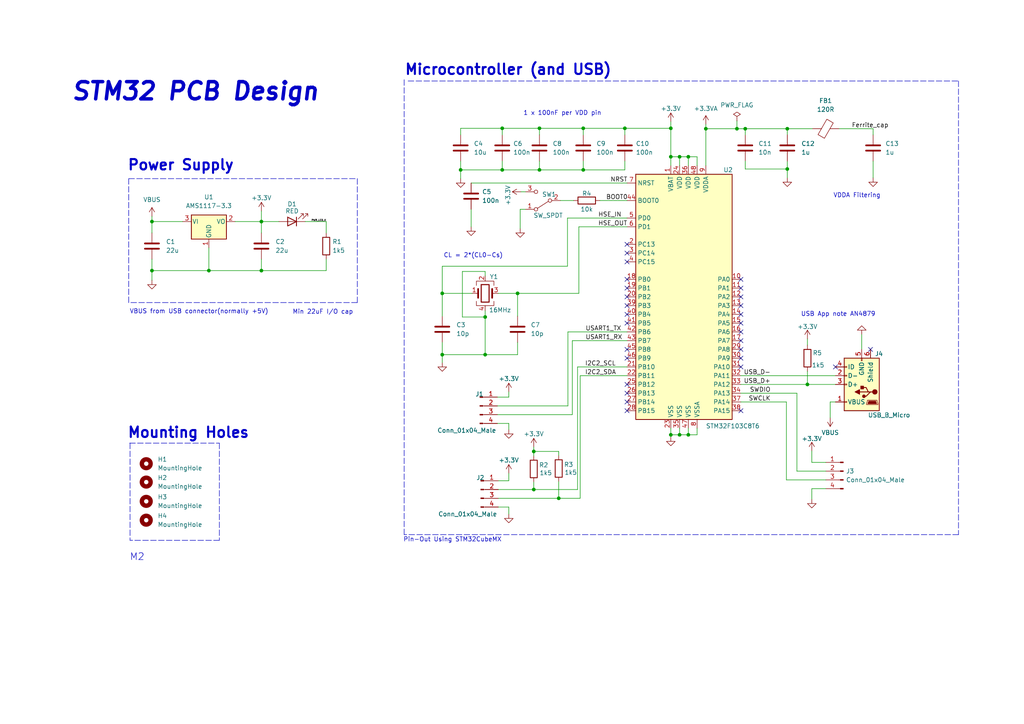
<source format=kicad_sch>
(kicad_sch (version 20211123) (generator eeschema)
  (paper "A4")
  (title_block (title "STM32 first circuit") (date "2023-04-28") (rev "0"))
  (lib_symbols
    (symbol "Connector:Conn_01x04_Male" (pin_names (offset 1.016) hide)
      (property "Reference" "J" (at 0 5.08 0))
      (property "Value" "Conn_01x04_Male" (at 0 -7.62 0))
      (symbol "Conn_01x04_Male_1_1"
        (polyline (pts (xy 1.27 -5.08) (xy 0.8636 -5.08)) (stroke (width 0.1524)))
        (polyline (pts (xy 1.27 -2.54) (xy 0.8636 -2.54)) (stroke (width 0.1524)))
        (polyline (pts (xy 1.27 0) (xy 0.8636 0)) (stroke (width 0.1524)))
        (polyline (pts (xy 1.27 2.54) (xy 0.8636 2.54)) (stroke (width 0.1524)))
        (rectangle (start 0.8636 -4.953) (end 0 -5.207) (stroke (width 0.1524)) (fill (type outline)))
        (rectangle (start 0.8636 -2.413) (end 0 -2.667) (stroke (width 0.1524)) (fill (type outline)))
        (rectangle (start 0.8636 0.127) (end 0 -0.127) (stroke (width 0.1524)) (fill (type outline)))
        (rectangle (start 0.8636 2.667) (end 0 2.413) (stroke (width 0.1524)) (fill (type outline)))
        (pin passive line (at 5.08 2.54 180) (length 3.81) (name "Pin_1") (number "1"))
        (pin passive line (at 5.08 0 180) (length 3.81) (name "Pin_2") (number "2"))
        (pin passive line (at 5.08 -2.54 180) (length 3.81) (name "Pin_3") (number "3"))
        (pin passive line (at 5.08 -5.08 180) (length 3.81) (name "Pin_4") (number "4"))
      )
    )
    (symbol "Connector:USB_B_Micro" (pin_names (offset 1.016))
      (property "Reference" "J" (at -5.08 11.43 0))
      (property "Value" "USB_B_Micro" (at -5.08 8.89 0))
      (symbol "USB_B_Micro_0_1"
        (rectangle (start -5.08 -7.62) (end 5.08 7.62) (stroke (width 0.254)) (fill (type background)))
        (circle (center -3.81 2.159) (radius 0.635) (stroke (width 0.254)) (fill (type outline)))
        (circle (center -0.635 3.429) (radius 0.381) (stroke (width 0.254)) (fill (type outline)))
        (rectangle (start -0.127 -7.62) (end 0.127 -6.858))
        (polyline (pts (xy -1.905 2.159) (xy 0.635 2.159)) (stroke (width 0.254)))
        (polyline (pts (xy -3.175 2.159) (xy -2.54 2.159) (xy -1.27 3.429) (xy -0.635 3.429)) (stroke (width 0.254)))
        (polyline (pts (xy -2.54 2.159) (xy -1.905 2.159) (xy -1.27 0.889) (xy 0 0.889)) (stroke (width 0.254)))
        (polyline (pts (xy 0.635 2.794) (xy 0.635 1.524) (xy 1.905 2.159) (xy 0.635 2.794)) (stroke (width 0.254)) (fill (type outline)))
        (polyline (pts (xy -4.318 5.588) (xy -1.778 5.588) (xy -2.032 4.826) (xy -4.064 4.826) (xy -4.318 5.588)) (fill (type outline)))
        (polyline (pts (xy -4.699 5.842) (xy -4.699 5.588) (xy -4.445 4.826) (xy -4.445 4.572) (xy -1.651 4.572) (xy -1.651 4.826) (xy -1.397 5.588) (xy -1.397 5.842) (xy -4.699 5.842)))
        (rectangle (start 0.254 1.27) (end -0.508 0.508) (stroke (width 0.254)) (fill (type outline)))
        (rectangle (start 5.08 -5.207) (end 4.318 -4.953))
        (rectangle (start 5.08 -2.667) (end 4.318 -2.413))
        (rectangle (start 5.08 -0.127) (end 4.318 0.127))
        (rectangle (start 5.08 4.953) (end 4.318 5.207))
      )
      (symbol "USB_B_Micro_1_1"
        (pin power_out line (at 7.62 5.08 180) (length 2.54) (name "VBUS") (number "1"))
        (pin bidirectional line (at 7.62 -2.54 180) (length 2.54) (name "D-") (number "2"))
        (pin bidirectional line (at 7.62 0 180) (length 2.54) (name "D+") (number "3"))
        (pin passive line (at 7.62 -5.08 180) (length 2.54) (name "ID") (number "4"))
        (pin power_out line (at 0 -10.16 90) (length 2.54) (name "GND") (number "5"))
        (pin passive line (at -2.54 -10.16 90) (length 2.54) (name "Shield") (number "6"))
      )
    )
    (symbol "Device:C" (pin_numbers hide) (pin_names (offset 0.254))
      (property "Reference" "C" (at 0.635 2.54 0))
      (property "Value" "C" (at 0.635 -2.54 0))
      (symbol "C_0_1"
        (polyline (pts (xy -2.032 -0.762) (xy 2.032 -0.762)) (stroke (width 0.508)))
        (polyline (pts (xy -2.032 0.762) (xy 2.032 0.762)) (stroke (width 0.508)))
      )
      (symbol "C_1_1"
        (pin passive line (at 0 3.81 270) (length 2.794) (name "~") (number "1"))
        (pin passive line (at 0 -3.81 90) (length 2.794) (name "~") (number "2"))
      )
    )
    (symbol "Device:Crystal_GND24" (pin_names (offset 1.016) hide)
      (property "Reference" "Y" (at 3.175 5.08 0))
      (property "Value" "Crystal_GND24" (at 3.175 3.175 0))
      (symbol "Crystal_GND24_0_1"
        (rectangle (start -1.143 2.54) (end 1.143 -2.54) (stroke (width 0.3048)))
        (polyline (pts (xy -2.54 0) (xy -2.032 0)))
        (polyline (pts (xy -2.032 -1.27) (xy -2.032 1.27)) (stroke (width 0.508)))
        (polyline (pts (xy 0 -3.81) (xy 0 -3.556)))
        (polyline (pts (xy 0 3.556) (xy 0 3.81)))
        (polyline (pts (xy 2.032 -1.27) (xy 2.032 1.27)) (stroke (width 0.508)))
        (polyline (pts (xy 2.032 0) (xy 2.54 0)))
        (polyline (pts (xy -2.54 -2.286) (xy -2.54 -3.556) (xy 2.54 -3.556) (xy 2.54 -2.286)))
        (polyline (pts (xy -2.54 2.286) (xy -2.54 3.556) (xy 2.54 3.556) (xy 2.54 2.286)))
      )
      (symbol "Crystal_GND24_1_1"
        (pin passive line (at -3.81 0 0) (length 1.27) (name "1") (number "1"))
        (pin passive line (at 0 5.08 270) (length 1.27) (name "2") (number "2"))
        (pin passive line (at 3.81 0 180) (length 1.27) (name "3") (number "3"))
        (pin passive line (at 0 -5.08 90) (length 1.27) (name "4") (number "4"))
      )
    )
    (symbol "Device:FerriteBead" (pin_numbers hide) (pin_names (offset 0))
      (property "Reference" "FB" (at -3.81 0.635 90))
      (property "Value" "FerriteBead" (at 3.81 0 90))
      (symbol "FerriteBead_0_1"
        (polyline (pts (xy 0 -1.27) (xy 0 -1.2192)))
        (polyline (pts (xy 0 1.27) (xy 0 1.2954)))
        (polyline (pts (xy -2.7686 0.4064) (xy -1.7018 2.2606) (xy 2.7686 -0.3048) (xy 1.6764 -2.159) (xy -2.7686 0.4064)))
      )
      (symbol "FerriteBead_1_1"
        (pin passive line (at 0 3.81 270) (length 2.54) (name "~") (number "1"))
        (pin passive line (at 0 -3.81 90) (length 2.54) (name "~") (number "2"))
      )
    )
    (symbol "Device:LED" (pin_numbers hide) (pin_names (offset 1.016) hide)
      (property "Reference" "D" (at 0 2.54 0))
      (property "Value" "LED" (at 0 -2.54 0))
      (symbol "LED_0_1"
        (polyline (pts (xy -1.27 -1.27) (xy -1.27 1.27)) (stroke (width 0.254)))
        (polyline (pts (xy -1.27 0) (xy 1.27 0)))
        (polyline (pts (xy 1.27 -1.27) (xy 1.27 1.27) (xy -1.27 0) (xy 1.27 -1.27)) (stroke (width 0.254)))
        (polyline (pts (xy -3.048 -0.762) (xy -4.572 -2.286) (xy -3.81 -2.286) (xy -4.572 -2.286) (xy -4.572 -1.524)))
        (polyline (pts (xy -1.778 -0.762) (xy -3.302 -2.286) (xy -2.54 -2.286) (xy -3.302 -2.286) (xy -3.302 -1.524)))
      )
      (symbol "LED_1_1"
        (pin passive line (at -3.81 0 0) (length 2.54) (name "K") (number "1"))
        (pin passive line (at 3.81 0 180) (length 2.54) (name "A") (number "2"))
      )
    )
    (symbol "Device:R" (pin_numbers hide) (pin_names (offset 0))
      (property "Reference" "R" (at 2.032 0 90))
      (property "Value" "R" (at 0 0 90))
      (symbol "R_0_1"
        (rectangle (start -1.016 -2.54) (end 1.016 2.54) (stroke (width 0.254)))
      )
      (symbol "R_1_1"
        (pin passive line (at 0 3.81 270) (length 1.27) (name "~") (number "1"))
        (pin passive line (at 0 -3.81 90) (length 1.27) (name "~") (number "2"))
      )
    )
    (symbol "MCU_ST_STM32F1:STM32F103C8Tx"
      (property "Reference" "U" (at -15.24 36.83 0))
      (property "Value" "STM32F103C8Tx" (at 7.62 36.83 0))
      (symbol "STM32F103C8Tx_0_1"
        (rectangle (start -15.24 -35.56) (end 12.7 35.56) (stroke (width 0.254)) (fill (type background)))
      )
      (symbol "STM32F103C8Tx_1_1"
        (pin power_in line (at -5.08 38.1 270) (length 2.54) (name "VBAT") (number "1"))
        (pin bidirectional line (at 15.24 5.08 180) (length 2.54) (name "PA0") (number "10"))
        (pin bidirectional line (at 15.24 2.54 180) (length 2.54) (name "PA1") (number "11"))
        (pin bidirectional line (at 15.24 0 180) (length 2.54) (name "PA2") (number "12"))
        (pin bidirectional line (at 15.24 -2.54 180) (length 2.54) (name "PA3") (number "13"))
        (pin bidirectional line (at 15.24 -5.08 180) (length 2.54) (name "PA4") (number "14"))
        (pin bidirectional line (at 15.24 -7.62 180) (length 2.54) (name "PA5") (number "15"))
        (pin bidirectional line (at 15.24 -10.16 180) (length 2.54) (name "PA6") (number "16"))
        (pin bidirectional line (at 15.24 -12.7 180) (length 2.54) (name "PA7") (number "17"))
        (pin bidirectional line (at -17.78 5.08 0) (length 2.54) (name "PB0") (number "18"))
        (pin bidirectional line (at -17.78 2.54 0) (length 2.54) (name "PB1") (number "19"))
        (pin bidirectional line (at -17.78 15.24 0) (length 2.54) (name "PC13") (number "2"))
        (pin bidirectional line (at -17.78 0 0) (length 2.54) (name "PB2") (number "20"))
        (pin bidirectional line (at -17.78 -20.32 0) (length 2.54) (name "PB10") (number "21"))
        (pin bidirectional line (at -17.78 -22.86 0) (length 2.54) (name "PB11") (number "22"))
        (pin power_in line (at -5.08 -38.1 90) (length 2.54) (name "VSS") (number "23"))
        (pin power_in line (at -2.54 38.1 270) (length 2.54) (name "VDD") (number "24"))
        (pin bidirectional line (at -17.78 -25.4 0) (length 2.54) (name "PB12") (number "25"))
        (pin bidirectional line (at -17.78 -27.94 0) (length 2.54) (name "PB13") (number "26"))
        (pin bidirectional line (at -17.78 -30.48 0) (length 2.54) (name "PB14") (number "27"))
        (pin bidirectional line (at -17.78 -33.02 0) (length 2.54) (name "PB15") (number "28"))
        (pin bidirectional line (at 15.24 -15.24 180) (length 2.54) (name "PA8") (number "29"))
        (pin bidirectional line (at -17.78 12.7 0) (length 2.54) (name "PC14") (number "3"))
        (pin bidirectional line (at 15.24 -17.78 180) (length 2.54) (name "PA9") (number "30"))
        (pin bidirectional line (at 15.24 -20.32 180) (length 2.54) (name "PA10") (number "31"))
        (pin bidirectional line (at 15.24 -22.86 180) (length 2.54) (name "PA11") (number "32"))
        (pin bidirectional line (at 15.24 -25.4 180) (length 2.54) (name "PA12") (number "33"))
        (pin bidirectional line (at 15.24 -27.94 180) (length 2.54) (name "PA13") (number "34"))
        (pin power_in line (at -2.54 -38.1 90) (length 2.54) (name "VSS") (number "35"))
        (pin power_in line (at 0 38.1 270) (length 2.54) (name "VDD") (number "36"))
        (pin bidirectional line (at 15.24 -30.48 180) (length 2.54) (name "PA14") (number "37"))
        (pin bidirectional line (at 15.24 -33.02 180) (length 2.54) (name "PA15") (number "38"))
        (pin bidirectional line (at -17.78 -2.54 0) (length 2.54) (name "PB3") (number "39"))
        (pin bidirectional line (at -17.78 10.16 0) (length 2.54) (name "PC15") (number "4"))
        (pin bidirectional line (at -17.78 -5.08 0) (length 2.54) (name "PB4") (number "40"))
        (pin bidirectional line (at -17.78 -7.62 0) (length 2.54) (name "PB5") (number "41"))
        (pin bidirectional line (at -17.78 -10.16 0) (length 2.54) (name "PB6") (number "42"))
        (pin bidirectional line (at -17.78 -12.7 0) (length 2.54) (name "PB7") (number "43"))
        (pin input line (at -17.78 27.94 0) (length 2.54) (name "BOOT0") (number "44"))
        (pin bidirectional line (at -17.78 -15.24 0) (length 2.54) (name "PB8") (number "45"))
        (pin bidirectional line (at -17.78 -17.78 0) (length 2.54) (name "PB9") (number "46"))
        (pin power_in line (at 0 -38.1 90) (length 2.54) (name "VSS") (number "47"))
        (pin power_in line (at 2.54 38.1 270) (length 2.54) (name "VDD") (number "48"))
        (pin input line (at -17.78 22.86 0) (length 2.54) (name "PD0") (number "5"))
        (pin input line (at -17.78 20.32 0) (length 2.54) (name "PD1") (number "6"))
        (pin input line (at -17.78 33.02 0) (length 2.54) (name "NRST") (number "7"))
        (pin power_in line (at 2.54 -38.1 90) (length 2.54) (name "VSSA") (number "8"))
        (pin power_in line (at 5.08 38.1 270) (length 2.54) (name "VDDA") (number "9"))
      )
    )
    (symbol "Mechanical:MountingHole" (pin_names (offset 1.016))
      (property "Reference" "H" (at 0 5.08 0))
      (property "Value" "MountingHole" (at 0 3.175 0))
      (symbol "MountingHole_0_1"
        (circle (center 0 0) (radius 1.27) (stroke (width 1.27)))
      )
    )
    (symbol "Regulator_Linear:AMS1117-3.3" (pin_names (offset 0.254))
      (property "Reference" "U" (at -3.81 3.175 0))
      (property "Value" "AMS1117-3.3" (at 0 3.175 0))
      (symbol "AMS1117-3.3_0_1"
        (rectangle (start -5.08 -5.08) (end 5.08 1.905) (stroke (width 0.254)) (fill (type background)))
      )
      (symbol "AMS1117-3.3_1_1"
        (pin power_in line (at 0 -7.62 90) (length 2.54) (name "GND") (number "1"))
        (pin power_out line (at 7.62 0 180) (length 2.54) (name "VO") (number "2"))
        (pin power_in line (at -7.62 0 0) (length 2.54) (name "VI") (number "3"))
      )
    )
    (symbol "Switch:SW_SPDT" (pin_names (offset 0) hide)
      (property "Reference" "SW" (at 0 4.318 0))
      (property "Value" "SW_SPDT" (at 0 -5.08 0))
      (symbol "SW_SPDT_0_0"
        (circle (center -2.032 0) (radius 0.508))
        (circle (center 2.032 -2.54) (radius 0.508))
      )
      (symbol "SW_SPDT_0_1"
        (polyline (pts (xy -1.524 0.254) (xy 1.651 2.286)))
        (circle (center 2.032 2.54) (radius 0.508))
      )
      (symbol "SW_SPDT_1_1"
        (pin passive line (at 5.08 2.54 180) (length 2.54) (name "A") (number "1"))
        (pin passive line (at -5.08 0 0) (length 2.54) (name "B") (number "2"))
        (pin passive line (at 5.08 -2.54 180) (length 2.54) (name "C") (number "3"))
      )
    )
    (symbol "power:+3.3V" (power) (pin_names (offset 0))
      (property "Value" "+3.3V" (at 0 3.556 0))
      (symbol "+3.3V_0_1"
        (polyline (pts (xy -0.762 1.27) (xy 0 2.54)))
        (polyline (pts (xy 0 0) (xy 0 2.54)))
        (polyline (pts (xy 0 2.54) (xy 0.762 1.27)))
      )
      (symbol "+3.3V_1_1"
        (pin power_in line (at 0 0 90) (length 0) hide (name "+3.3V") (number "1"))
      )
    )
    (symbol "power:+3.3VA" (power) (pin_names (offset 0))
      (property "Value" "+3.3VA" (at 0 3.556 0))
      (symbol "+3.3VA_0_1"
        (polyline (pts (xy -0.762 1.27) (xy 0 2.54)))
        (polyline (pts (xy 0 0) (xy 0 2.54)))
        (polyline (pts (xy 0 2.54) (xy 0.762 1.27)))
      )
      (symbol "+3.3VA_1_1"
        (pin power_in line (at 0 0 90) (length 0) hide (name "+3.3VA") (number "1"))
      )
    )
    (symbol "power:GND" (power) (pin_names (offset 0))
      (property "Value" "GND" (at 0 -3.81 0))
      (symbol "GND_0_1"
        (polyline (pts (xy 0 0) (xy 0 -1.27) (xy 1.27 -1.27) (xy 0 -2.54) (xy -1.27 -1.27) (xy 0 -1.27)))
      )
      (symbol "GND_1_1"
        (pin power_in line (at 0 0 270) (length 0) hide (name "GND") (number "1"))
      )
    )
    (symbol "power:PWR_FLAG" (power) (pin_numbers hide) (pin_names (offset 0) hide)
      (property "Value" "PWR_FLAG" (at 0 3.81 0))
      (symbol "PWR_FLAG_0_0"
        (pin power_out line (at 0 0 90) (length 0) (name "pwr") (number "1"))
      )
      (symbol "PWR_FLAG_0_1"
        (polyline (pts (xy 0 0) (xy 0 1.27) (xy -1.016 1.905) (xy 0 2.54) (xy 1.016 1.905) (xy 0 1.27)))
      )
    )
    (symbol "power:VBUS" (power) (pin_names (offset 0))
      (property "Value" "VBUS" (at 0 3.81 0))
      (symbol "VBUS_0_1"
        (polyline (pts (xy -0.762 1.27) (xy 0 2.54)))
        (polyline (pts (xy 0 0) (xy 0 2.54)))
        (polyline (pts (xy 0 2.54) (xy 0.762 1.27)))
      )
      (symbol "VBUS_1_1"
        (pin power_in line (at 0 0 90) (length 0) hide (name "VBUS") (number "1"))
      )
    )
  )
  (junction (at 228.346 37.338))
  (junction (at 154.813 130.937))
  (junction (at 197.104 45.466))
  (junction (at 75.819 78.486))
  (junction (at 150.114 85.09))
  (junction (at 194.564 45.466))
  (junction (at 156.464 37.211))
  (junction (at 199.644 126.111))
  (junction (at 169.164 37.211))
  (junction (at 133.604 49.276))
  (junction (at 140.716 102.87))
  (junction (at 145.669 37.211))
  (junction (at 169.164 49.276))
  (junction (at 228.346 49.022))
  (junction (at 199.644 45.466))
  (junction (at 128.27 102.87))
  (junction (at 156.464 49.276))
  (junction (at 194.564 126.111))
  (junction (at 204.724 37.338))
  (junction (at 154.813 141.986))
  (junction (at 44.069 64.262))
  (junction (at 213.741 37.338))
  (junction (at 140.716 91.948))
  (junction (at 75.819 64.262))
  (junction (at 194.564 37.211))
  (junction (at 162.052 144.526))
  (junction (at 234.188 111.506))
  (junction (at 216.154 37.338))
  (junction (at 44.069 78.486))
  (junction (at 128.27 85.09))
  (junction (at 145.669 49.276))
  (junction (at 197.104 126.111))
  (junction (at 181.229 37.211))
  (junction (at 60.579 78.486))
  (no_connect (at 214.884 91.186))
  (no_connect (at 181.864 91.186))
  (no_connect (at 181.864 75.946))
  (no_connect (at 252.476 101.346))
  (no_connect (at 214.884 88.646))
  (no_connect (at 181.864 111.506))
  (no_connect (at 181.864 73.406))
  (no_connect (at 181.864 119.126))
  (no_connect (at 214.884 81.026))
  (no_connect (at 214.884 96.266))
  (no_connect (at 181.864 81.026))
  (no_connect (at 214.884 101.346))
  (no_connect (at 214.884 119.126))
  (no_connect (at 181.864 93.726))
  (no_connect (at 181.864 116.586))
  (no_connect (at 181.864 101.346))
  (no_connect (at 214.884 106.426))
  (no_connect (at 214.884 83.566))
  (no_connect (at 214.884 86.106))
  (no_connect (at 214.884 103.886))
  (no_connect (at 181.864 103.886))
  (no_connect (at 181.864 114.046))
  (no_connect (at 214.884 98.806))
  (no_connect (at 214.884 93.726))
  (no_connect (at 181.864 70.866))
  (no_connect (at 181.864 83.566))
  (no_connect (at 181.864 86.106))
  (no_connect (at 181.864 88.646))
  (no_connect (at 242.316 106.426))
  (wire (pts (xy 164.719 117.729) (xy 164.719 96.266)))
  (wire (pts (xy 228.092 139.192) (xy 228.092 116.586)))
  (wire (pts (xy 167.513 141.986) (xy 167.513 106.426)))
  (wire (pts (xy 240.792 116.586) (xy 242.316 116.586)))
  (wire (pts (xy 147.574 122.809) (xy 147.574 124.587)))
  (wire (pts (xy 156.464 37.211) (xy 169.164 37.211)))
  (wire (pts (xy 216.154 46.736) (xy 216.154 49.022)))
  (wire (pts (xy 156.464 46.736) (xy 156.464 49.276)))
  (wire (pts (xy 94.615 75.184) (xy 94.615 78.486)))
  (wire (pts (xy 144.272 120.269) (xy 165.989 120.269)))
  (wire (pts (xy 128.27 102.87) (xy 128.27 105.156)))
  (wire (pts (xy 234.188 98.298) (xy 234.188 100.076)))
  (wire (pts (xy 152.4 60.706) (xy 150.876 60.706)))
  (wire (pts (xy 154.813 141.986) (xy 167.513 141.986)))
  (wire (pts (xy 231.14 136.652) (xy 231.14 114.046)))
  (wire (pts (xy 197.104 45.466) (xy 194.564 45.466)))
  (wire (pts (xy 162.052 132.08) (xy 162.052 130.937)))
  (wire (pts (xy 197.104 126.111) (xy 194.564 126.111)))
  (wire (pts (xy 140.716 90.17) (xy 140.716 91.948)))
  (wire (pts (xy 239.522 136.652) (xy 231.14 136.652)))
  (wire (pts (xy 194.564 126.111) (xy 194.564 126.746)))
  (wire (pts (xy 169.164 46.736) (xy 169.164 49.276)))
  (wire (pts (xy 216.154 37.338) (xy 216.154 39.116)))
  (wire (pts (xy 44.069 64.262) (xy 52.959 64.262)))
  (wire (pts (xy 199.644 45.466) (xy 197.104 45.466)))
  (wire (pts (xy 140.716 102.87) (xy 150.114 102.87)))
  (wire (pts (xy 94.615 64.262) (xy 94.615 67.564)))
  (wire (pts (xy 202.184 126.111) (xy 199.644 126.111)))
  (polyline (pts (xy 278.003 23.495) (xy 278.003 155.067)))
  (wire (pts (xy 154.813 130.937) (xy 154.813 132.207)))
  (wire (pts (xy 213.741 35.052) (xy 213.741 37.338)))
  (wire (pts (xy 60.579 71.882) (xy 60.579 78.486)))
  (polyline (pts (xy 63.627 128.524) (xy 63.627 156.718)))
  (wire (pts (xy 168.275 144.526) (xy 168.275 108.966)))
  (wire (pts (xy 134.112 91.948) (xy 140.716 91.948)))
  (polyline (pts (xy 37.719 128.524) (xy 37.719 156.718)))
  (wire (pts (xy 202.184 45.466) (xy 202.184 48.006)))
  (wire (pts (xy 204.724 37.338) (xy 213.741 37.338)))
  (wire (pts (xy 147.574 139.446) (xy 147.574 137.287)))
  (wire (pts (xy 173.99 58.166) (xy 181.864 58.166)))
  (wire (pts (xy 167.894 85.09) (xy 167.894 65.786)))
  (wire (pts (xy 162.052 130.937) (xy 154.813 130.937)))
  (polyline (pts (xy 278.003 155.067) (xy 117.221 155.067)))
  (wire (pts (xy 150.114 85.09) (xy 167.894 85.09)))
  (wire (pts (xy 144.272 117.729) (xy 164.719 117.729)))
  (wire (pts (xy 136.906 85.09) (xy 128.27 85.09)))
  (polyline (pts (xy 37.592 128.524) (xy 63.627 128.524)))
  (wire (pts (xy 202.184 45.466) (xy 199.644 45.466)))
  (wire (pts (xy 144.526 139.446) (xy 147.574 139.446)))
  (wire (pts (xy 162.56 58.166) (xy 166.37 58.166)))
  (wire (pts (xy 150.114 99.314) (xy 150.114 102.87)))
  (wire (pts (xy 128.27 85.09) (xy 128.27 91.694)))
  (wire (pts (xy 214.884 114.046) (xy 231.14 114.046)))
  (wire (pts (xy 169.164 49.276) (xy 181.229 49.276)))
  (wire (pts (xy 228.346 49.022) (xy 228.346 51.562)))
  (wire (pts (xy 194.564 37.211) (xy 194.564 45.466)))
  (wire (pts (xy 235.458 141.732) (xy 239.522 141.732)))
  (wire (pts (xy 228.346 46.736) (xy 228.346 49.022)))
  (polyline (pts (xy 103.632 87.757) (xy 37.338 87.757)))
  (wire (pts (xy 202.184 124.206) (xy 202.184 126.111)))
  (wire (pts (xy 167.513 106.426) (xy 181.864 106.426)))
  (wire (pts (xy 136.652 53.086) (xy 181.864 53.086)))
  (wire (pts (xy 154.813 139.827) (xy 154.813 141.986)))
  (wire (pts (xy 235.458 134.112) (xy 239.522 134.112)))
  (wire (pts (xy 204.724 36.068) (xy 204.724 37.338)))
  (wire (pts (xy 136.652 60.706) (xy 136.652 65.786)))
  (polyline (pts (xy 37.338 51.816) (xy 103.632 51.816)))
  (wire (pts (xy 199.644 45.466) (xy 199.644 48.006)))
  (wire (pts (xy 216.154 49.022) (xy 228.346 49.022)))
  (wire (pts (xy 156.464 49.276) (xy 145.669 49.276)))
  (wire (pts (xy 228.346 37.338) (xy 228.346 39.116)))
  (polyline (pts (xy 37.338 87.757) (xy 37.338 51.816)))
  (wire (pts (xy 44.069 75.184) (xy 44.069 78.486)))
  (wire (pts (xy 133.604 49.276) (xy 133.604 51.816)))
  (wire (pts (xy 140.716 78.74) (xy 134.112 78.74)))
  (wire (pts (xy 194.564 35.306) (xy 194.564 37.211)))
  (wire (pts (xy 204.724 37.338) (xy 204.724 48.006)))
  (polyline (pts (xy 117.221 23.114) (xy 117.221 155.067)))
  (wire (pts (xy 194.564 124.206) (xy 194.564 126.111)))
  (wire (pts (xy 75.819 78.486) (xy 60.579 78.486)))
  (wire (pts (xy 164.592 63.246) (xy 181.864 63.246)))
  (wire (pts (xy 165.989 120.269) (xy 165.989 98.806)))
  (wire (pts (xy 145.669 46.736) (xy 145.669 49.276)))
  (wire (pts (xy 214.884 108.966) (xy 242.316 108.966)))
  (wire (pts (xy 44.069 62.738) (xy 44.069 64.262)))
  (wire (pts (xy 128.27 77.216) (xy 164.592 77.216)))
  (wire (pts (xy 128.27 85.09) (xy 128.27 77.216)))
  (wire (pts (xy 147.574 147.066) (xy 147.574 149.098)))
  (wire (pts (xy 156.464 37.211) (xy 156.464 39.116)))
  (polyline (pts (xy 63.627 156.718) (xy 37.719 156.718)))
  (wire (pts (xy 169.164 37.211) (xy 169.164 39.116)))
  (wire (pts (xy 168.275 108.966) (xy 181.864 108.966)))
  (wire (pts (xy 150.114 85.09) (xy 150.114 91.694)))
  (wire (pts (xy 181.229 39.116) (xy 181.229 37.211)))
  (wire (pts (xy 88.519 64.262) (xy 94.615 64.262)))
  (wire (pts (xy 214.884 116.586) (xy 228.092 116.586)))
  (wire (pts (xy 197.104 124.206) (xy 197.104 126.111)))
  (wire (pts (xy 228.346 37.338) (xy 235.712 37.338)))
  (wire (pts (xy 164.592 77.216) (xy 164.592 63.246)))
  (wire (pts (xy 144.272 122.809) (xy 147.574 122.809)))
  (wire (pts (xy 162.052 144.526) (xy 168.275 144.526)))
  (wire (pts (xy 134.112 78.74) (xy 134.112 91.948)))
  (wire (pts (xy 144.526 144.526) (xy 162.052 144.526)))
  (wire (pts (xy 145.669 37.211) (xy 156.464 37.211)))
  (wire (pts (xy 199.644 126.111) (xy 197.104 126.111)))
  (wire (pts (xy 144.526 147.066) (xy 147.574 147.066)))
  (wire (pts (xy 253.238 37.338) (xy 243.332 37.338)))
  (wire (pts (xy 75.819 64.262) (xy 75.819 67.564)))
  (wire (pts (xy 94.615 78.486) (xy 75.819 78.486)))
  (wire (pts (xy 128.27 102.87) (xy 140.716 102.87)))
  (polyline (pts (xy 103.632 51.816) (xy 103.632 87.757)))
  (wire (pts (xy 181.229 37.211) (xy 194.564 37.211)))
  (wire (pts (xy 133.604 39.116) (xy 133.604 37.211)))
  (wire (pts (xy 156.464 49.276) (xy 169.164 49.276)))
  (wire (pts (xy 169.164 37.211) (xy 181.229 37.211)))
  (wire (pts (xy 162.052 139.7) (xy 162.052 144.526)))
  (wire (pts (xy 60.579 78.486) (xy 44.069 78.486)))
  (wire (pts (xy 147.574 115.189) (xy 147.574 113.665)))
  (wire (pts (xy 216.154 37.338) (xy 228.346 37.338)))
  (wire (pts (xy 128.27 99.314) (xy 128.27 102.87)))
  (wire (pts (xy 44.069 64.262) (xy 44.069 67.564)))
  (wire (pts (xy 44.069 78.486) (xy 44.069 81.28)))
  (wire (pts (xy 253.238 46.736) (xy 253.238 51.562)))
  (wire (pts (xy 75.819 64.262) (xy 80.899 64.262)))
  (wire (pts (xy 133.604 37.211) (xy 145.669 37.211)))
  (wire (pts (xy 164.719 96.266) (xy 181.864 96.266)))
  (wire (pts (xy 199.644 124.206) (xy 199.644 126.111)))
  (wire (pts (xy 140.716 80.01) (xy 140.716 78.74)))
  (wire (pts (xy 144.272 115.189) (xy 147.574 115.189)))
  (wire (pts (xy 68.199 64.262) (xy 75.819 64.262)))
  (wire (pts (xy 240.792 121.158) (xy 240.792 116.586)))
  (wire (pts (xy 194.564 45.466) (xy 194.564 48.006)))
  (wire (pts (xy 145.669 37.211) (xy 145.669 39.116)))
  (wire (pts (xy 154.813 129.667) (xy 154.813 130.937)))
  (wire (pts (xy 239.522 139.192) (xy 228.092 139.192)))
  (wire (pts (xy 145.669 49.276) (xy 133.604 49.276)))
  (wire (pts (xy 144.526 85.09) (xy 150.114 85.09)))
  (wire (pts (xy 235.458 130.81) (xy 235.458 134.112)))
  (wire (pts (xy 253.238 39.116) (xy 253.238 37.338)))
  (wire (pts (xy 150.876 60.706) (xy 150.876 66.294)))
  (wire (pts (xy 75.819 75.184) (xy 75.819 78.486)))
  (wire (pts (xy 167.894 65.786) (xy 181.864 65.786)))
  (wire (pts (xy 75.819 61.214) (xy 75.819 64.262)))
  (wire (pts (xy 165.989 98.806) (xy 181.864 98.806)))
  (wire (pts (xy 213.741 37.338) (xy 216.154 37.338)))
  (wire (pts (xy 197.104 45.466) (xy 197.104 48.006)))
  (wire (pts (xy 234.188 111.506) (xy 242.316 111.506)))
  (wire (pts (xy 140.716 91.948) (xy 140.716 102.87)))
  (wire (pts (xy 151.13 55.626) (xy 152.4 55.626)))
  (wire (pts (xy 249.936 97.028) (xy 249.936 101.346)))
  (wire (pts (xy 234.188 107.696) (xy 234.188 111.506)))
  (wire (pts (xy 181.229 46.736) (xy 181.229 49.276)))
  (wire (pts (xy 133.604 46.736) (xy 133.604 49.276)))
  (polyline (pts (xy 118.364 23.495) (xy 278.003 23.495)))
  (wire (pts (xy 144.526 141.986) (xy 154.813 141.986)))
  (wire (pts (xy 235.458 144.78) (xy 235.458 141.732)))
  (wire (pts (xy 214.884 111.506) (xy 234.188 111.506)))
  (text "M2" (at 37.592 162.814 0) (effects (font (size 2 2)) (justify left bottom)))
  (text "STM32 PCB Design" (at 20.447 29.591 0) (effects (font (size 5 5) bold italic) (justify left bottom)))
  (text "Mounting Holes" (at 36.83 127.381 0) (effects (font (size 3 3) (thickness 0.6) bold) (justify left bottom)))
  (text "VBUS from USB connector(normally +5V)\n" (at 37.592 91.186 0) (effects (font (size 1.27 1.27)) (justify left bottom)))
  (text "1 x 100nF per VDD pin\n" (at 151.765 33.655 0) (effects (font (size 1.27 1.27)) (justify left bottom)))
  (text "Pin-Out Using STM32CubeMX\n\n" (at 116.967 159.385 0) (effects (font (size 1.27 1.27)) (justify left bottom)))
  (text "Power Supply" (at 36.83 49.784 0) (effects (font (size 3 3) (thickness 0.6) bold) (justify left bottom)))
  (text "USB App note AN4879\n" (at 232.283 91.948 0) (effects (font (size 1.27 1.27)) (justify left bottom)))
  (text "VDDA Filtering" (at 241.681 57.531 0) (effects (font (size 1.27 1.27)) (justify left bottom)))
  (text "Microcontroller (and USB)\n" (at 117.221 22.098 0) (effects (font (size 3 3) bold) (justify left bottom)))
  (text "Min 22uF I/O cap\n" (at 84.836 91.313 0) (effects (font (size 1.27 1.27)) (justify left bottom)))
  (text "CL = 2*(CL0-Cs)" (at 128.651 74.93 0) (effects (font (size 1.27 1.27)) (justify left bottom)))
  (label "Ferrite_cap" (at 247.015 37.338 0))
  (label "USART1_TX" (at 169.799 96.266 0))
  (label "SWDIO" (at 223.52 114.046 180))
  (label "HSE_OUT" (at 173.482 65.786 0))
  (label "USB_D+" (at 223.52 111.506 180))
  (label "I2C2_SDA" (at 169.672 108.966 0))
  (label "NRST" (at 177.038 53.086 0))
  (label "SWCLK" (at 223.52 116.586 180))
  (label "BOOT0" (at 175.768 58.166 0))
  (label "HSE_IN" (at 173.482 63.246 0))
  (label "PWR_LED_K" (at 90.297 64.262 0) (effects (font (size 0.5 0.5))))
  (label "USART1_RX" (at 169.799 98.806 0))
  (label "I2C2_SCL" (at 169.672 106.426 0))
  (label "USB_D-" (at 223.52 108.966 180))
  (symbol (lib_id "Connector:USB_B_Micro") (at 249.936 111.506 180) (unit 1)
    (property "Reference" "J4" (at 253.746 102.616 0) (effects (justify right)))
    (property "Value" "USB_B_Micro" (at 251.714 120.396 0) (effects (justify right)))
    (property "Footprint" "Connector_USB:USB_Micro-B_Wuerth_629105150521" (effects hide))
  )
  (symbol (lib_id "power:+3.3V") (at 234.188 98.298 0) (unit 1)
    (property "Reference" "#PWR018" (effects hide))
    (property "Value" "+3.3V" (at 234.188 94.742 0))
  )
  (symbol (lib_id "Device:R") (at 94.615 71.374 0) (unit 1)
    (property "Reference" "R1" (at 96.393 70.1039 0) (effects (justify left)))
    (property "Value" "1k5" (at 96.393 72.6439 0) (effects (justify left)))
    (property "Footprint" "Resistor_SMD:R_0402_1005Metric" (effects hide))
  )
  (symbol (lib_id "Device:R") (at 234.188 103.886 0) (unit 1)
    (property "Reference" "R5" (at 235.712 102.362 0) (effects (justify left)))
    (property "Value" "1k5" (at 235.458 105.918 0) (effects (justify left)))
    (property "Footprint" "Resistor_SMD:R_0402_1005Metric" (effects hide))
  )
  (symbol (lib_id "power:GND") (at 44.069 81.28 0) (unit 1)
    (property "Reference" "#PWR02" (effects hide))
    (property "Value" "GND" (effects hide))
  )
  (symbol (lib_id "Device:C") (at 150.114 95.504 0) (unit 1)
    (property "Reference" "C7" (at 153.924 94.2339 0) (effects (justify left)))
    (property "Value" "10p" (at 153.924 96.7739 0) (effects (justify left)))
    (property "Footprint" "Capacitor_SMD:C_0402_1005Metric" (effects hide))
  )
  (symbol (lib_id "Device:C") (at 145.669 42.926 0) (unit 1)
    (property "Reference" "C6" (at 148.844 41.6559 0) (effects (justify left)))
    (property "Value" "100n" (at 148.844 44.1959 0) (effects (justify left)))
    (property "Footprint" "Capacitor_SMD:C_0402_1005Metric" (effects hide))
  )
  (symbol (lib_id "Device:R") (at 170.18 58.166 90) (unit 1)
    (property "Reference" "R4" (at 170.18 56.134 90))
    (property "Value" "10k" (at 170.18 60.706 90))
    (property "Footprint" "Resistor_SMD:R_0402_1005Metric" (effects hide))
  )
  (symbol (lib_id "Mechanical:MountingHole") (at 42.418 134.493 0) (unit 1)
    (property "Reference" "H1" (at 45.72 133.2229 0) (effects (justify left)))
    (property "Value" "MountingHole" (at 45.72 135.7629 0) (effects (justify left)))
    (property "Footprint" "MountingHole:MountingHole_2.2mm_M2" (effects hide))
  )
  (symbol (lib_id "Device:C") (at 253.238 42.926 0) (unit 1)
    (property "Reference" "C13" (at 256.794 41.6559 0) (effects (justify left)))
    (property "Value" "1u" (at 256.794 44.1959 0) (effects (justify left)))
    (property "Footprint" "Capacitor_SMD:C_0402_1005Metric" (effects hide))
  )
  (symbol (lib_id "Device:C") (at 136.652 56.896 0) (unit 1)
    (property "Reference" "C5" (at 139.827 55.6259 0) (effects (justify left)))
    (property "Value" "100n" (at 139.827 58.1659 0) (effects (justify left)))
    (property "Footprint" "Capacitor_SMD:C_0402_1005Metric" (effects hide))
  )
  (symbol (lib_id "Device:LED") (at 84.709 64.262 180) (unit 1)
    (property "Reference" "D1" (at 84.709 59.182 0))
    (property "Value" "RED" (at 84.709 61.214 0))
    (property "Footprint" "LED_SMD:LED_0201_0603Metric" (effects hide))
  )
  (symbol (lib_id "Regulator_Linear:AMS1117-3.3") (at 60.579 64.262 0) (unit 1)
    (property "Reference" "U1" (at 60.579 57.15 0))
    (property "Value" "AMS1117-3.3" (at 60.579 59.69 0))
    (property "Footprint" "Package_TO_SOT_SMD:SOT-223-3_TabPin2" (effects hide))
    (property "Datasheet" "http://www.advanced-monolithic.com/pdf/ds1117.pdf" (effects hide))
  )
  (symbol (lib_id "power:GND") (at 150.876 66.294 0) (unit 1)
    (property "Reference" "#PWR011" (effects hide))
    (property "Value" "GND" (effects hide))
  )
  (symbol (lib_id "Device:C") (at 44.069 71.374 0) (unit 1)
    (property "Reference" "C1" (at 48.133 70.1039 0) (effects (justify left)))
    (property "Value" "22u" (at 48.133 72.6439 0) (effects (justify left)))
    (property "Footprint" "Capacitor_SMD:C_0805_2012Metric" (effects hide))
  )
  (symbol (lib_id "power:GND") (at 136.652 65.786 0) (unit 1)
    (property "Reference" "#PWR06" (effects hide))
    (property "Value" "GND" (effects hide))
  )
  (symbol (lib_id "power:GND") (at 235.458 144.78 0) (unit 1)
    (property "Reference" "#PWR020" (effects hide))
    (property "Value" "GND" (effects hide))
  )
  (symbol (lib_id "power:+3.3VA") (at 204.724 36.068 0) (unit 1)
    (property "Reference" "#PWR016" (effects hide))
    (property "Value" "+3.3VA" (at 204.724 31.496 0))
  )
  (symbol (lib_id "Device:C") (at 133.604 42.926 0) (unit 1)
    (property "Reference" "C4" (at 137.414 41.6559 0) (effects (justify left)))
    (property "Value" "10u" (at 137.414 44.1959 0) (effects (justify left)))
    (property "Footprint" "Capacitor_SMD:C_0603_1608Metric" (effects hide))
  )
  (symbol (lib_id "Switch:SW_SPDT") (at 157.48 58.166 180) (unit 1)
    (property "Reference" "SW1" (at 159.258 56.388 0))
    (property "Value" "SW_SPDT" (at 159.004 62.484 0))
    (property "Footprint" "Button_Switch_SMD:SW_SPDT_PCM12" (effects hide))
  )
  (symbol (lib_id "power:+3.3V") (at 235.458 130.81 0) (unit 1)
    (property "Reference" "#PWR019" (effects hide))
    (property "Value" "+3.3V" (at 235.458 127.254 0))
  )
  (symbol (lib_id "power:GND") (at 133.604 51.816 0) (unit 1)
    (property "Reference" "#PWR05" (effects hide))
    (property "Value" "GND" (effects hide))
  )
  (symbol (lib_id "power:+3.3V") (at 147.574 113.665 0) (unit 1)
    (property "Reference" "#PWR07" (effects hide))
    (property "Value" "+3.3V" (at 147.574 109.855 0))
  )
  (symbol (lib_id "Device:C") (at 216.154 42.926 0) (unit 1)
    (property "Reference" "C11" (at 219.964 41.6559 0) (effects (justify left)))
    (property "Value" "10n" (at 219.964 44.1959 0) (effects (justify left)))
    (property "Footprint" "Capacitor_SMD:C_0402_1005Metric" (effects hide))
  )
  (symbol (lib_id "power:GND") (at 194.564 126.746 0) (unit 1)
    (property "Reference" "#PWR015" (effects hide))
    (property "Value" "GND" (effects hide))
  )
  (symbol (lib_id "power:+3.3V") (at 194.564 35.306 0) (unit 1)
    (property "Reference" "#PWR014" (effects hide))
    (property "Value" "+3.3V" (at 194.564 31.496 0))
  )
  (symbol (lib_id "Device:Crystal_GND24") (at 140.716 85.09 0) (unit 1)
    (property "Reference" "Y1" (at 143.256 80.264 0))
    (property "Value" "16MHz" (at 145.034 89.916 0))
    (property "Footprint" "Crystal:Crystal_SMD_3225-4Pin_3.2x2.5mm" (effects hide))
  )
  (symbol (lib_id "power:+3.3V") (at 75.819 61.214 0) (unit 1)
    (property "Reference" "#PWR03" (effects hide))
    (property "Value" "+3.3V" (at 75.819 57.404 0))
  )
  (symbol (lib_id "Device:R") (at 162.052 135.89 0) (unit 1)
    (property "Reference" "R3" (at 163.576 134.747 0) (effects (justify left)))
    (property "Value" "1k5" (at 163.703 137.033 0) (effects (justify left)))
    (property "Footprint" "Resistor_SMD:R_0402_1005Metric" (effects hide))
  )
  (symbol (lib_id "power:GND") (at 228.346 51.562 0) (unit 1)
    (property "Reference" "#PWR017" (effects hide))
    (property "Value" "GND" (effects hide))
  )
  (symbol (lib_id "power:GND") (at 253.238 51.562 0) (unit 1)
    (property "Reference" "#PWR023" (effects hide))
    (property "Value" "GND" (effects hide))
  )
  (symbol (lib_id "Device:C") (at 228.346 42.926 0) (unit 1)
    (property "Reference" "C12" (at 232.41 41.6559 0) (effects (justify left)))
    (property "Value" "1u" (at 232.41 44.1959 0) (effects (justify left)))
    (property "Footprint" "Capacitor_SMD:C_0402_1005Metric" (effects hide))
  )
  (symbol (lib_id "MCU_ST_STM32F1:STM32F103C8Tx") (at 199.644 86.106 0) (unit 1)
    (property "Reference" "U2" (at 209.804 49.276 0) (effects (justify left)))
    (property "Value" "STM32F103C8T6" (at 204.724 123.571 0) (effects (justify left)))
    (property "Footprint" "Package_QFP:LQFP-48_7x7mm_P0.5mm" (effects hide))
    (property "Datasheet" "http://www.st.com/st-web-ui/static/active/en/resource/technical/document/datasheet/CD00161566.pdf" (effects hide))
  )
  (symbol (lib_id "Device:C") (at 128.27 95.504 0) (unit 1)
    (property "Reference" "C3" (at 132.334 94.2339 0) (effects (justify left)))
    (property "Value" "10p" (at 132.334 96.7739 0) (effects (justify left)))
    (property "Footprint" "Capacitor_SMD:C_0402_1005Metric" (effects hide))
  )
  (symbol (lib_id "power:GND") (at 147.574 149.098 0) (unit 1)
    (property "Reference" "#PWR010" (effects hide))
    (property "Value" "GND" (effects hide))
  )
  (symbol (lib_id "power:VBUS") (at 240.792 121.158 180) (unit 1)
    (property "Reference" "#PWR021" (effects hide))
    (property "Value" "VBUS" (at 240.792 125.476 0))
  )
  (symbol (lib_id "Device:C") (at 156.464 42.926 0) (unit 1)
    (property "Reference" "C8" (at 160.274 41.6559 0) (effects (justify left)))
    (property "Value" "100n" (at 160.274 44.1959 0) (effects (justify left)))
    (property "Footprint" "Capacitor_SMD:C_0402_1005Metric" (effects hide))
  )
  (symbol (lib_id "power:PWR_FLAG") (at 213.741 35.052 0) (unit 1)
    (property "Reference" "#FLG0101" (effects hide))
    (property "Value" "PWR_FLAG" (at 213.741 30.48 0))
  )
  (symbol (lib_id "power:GND") (at 128.27 105.156 0) (unit 1)
    (property "Reference" "#PWR04" (effects hide))
    (property "Value" "GND" (effects hide))
  )
  (symbol (lib_id "Device:R") (at 154.813 136.017 0) (unit 1)
    (property "Reference" "R2" (at 156.337 134.874 0) (effects (justify left)))
    (property "Value" "1k5" (at 156.464 137.16 0) (effects (justify left)))
    (property "Footprint" "Resistor_SMD:R_0402_1005Metric" (effects hide))
  )
  (symbol (lib_id "Connector:Conn_01x04_Male") (at 244.602 136.652 0) (mirror y) (unit 1)
    (property "Reference" "J3" (at 245.364 136.6519 0) (effects (justify right)))
    (property "Value" "Conn_01x04_Male" (at 245.364 139.1919 0) (effects (justify right)))
    (property "Footprint" "Connector_PinHeader_2.54mm:PinHeader_1x04_P2.54mm_Vertical" (effects hide))
  )
  (symbol (lib_id "power:GND") (at 249.936 97.028 180) (unit 1)
    (property "Reference" "#PWR022" (effects hide))
    (property "Value" "GND" (effects hide))
  )
  (symbol (lib_id "Device:C") (at 181.229 42.926 0) (unit 1)
    (property "Reference" "C10" (at 184.404 41.6559 0) (effects (justify left)))
    (property "Value" "100n" (at 184.404 44.1959 0) (effects (justify left)))
    (property "Footprint" "Capacitor_SMD:C_0402_1005Metric" (effects hide))
  )
  (symbol (lib_id "power:+3.3V") (at 151.13 55.626 90) (unit 1)
    (property "Reference" "#PWR012" (effects hide))
    (property "Value" "+3.3V" (at 147.32 56.642 0))
  )
  (symbol (lib_id "Mechanical:MountingHole") (at 42.418 145.415 0) (unit 1)
    (property "Reference" "H3" (at 45.72 144.1449 0) (effects (justify left)))
    (property "Value" "MountingHole" (at 45.72 146.6849 0) (effects (justify left)))
    (property "Footprint" "MountingHole:MountingHole_2.2mm_M2" (effects hide))
  )
  (symbol (lib_id "power:+3.3V") (at 147.574 137.287 0) (unit 1)
    (property "Reference" "#PWR09" (effects hide))
    (property "Value" "+3.3V" (at 147.574 133.477 0))
  )
  (symbol (lib_id "Mechanical:MountingHole") (at 42.418 139.827 0) (unit 1)
    (property "Reference" "H2" (at 45.72 138.5569 0) (effects (justify left)))
    (property "Value" "MountingHole" (at 45.72 141.0969 0) (effects (justify left)))
    (property "Footprint" "MountingHole:MountingHole_2.2mm_M2" (effects hide))
  )
  (symbol (lib_id "Device:C") (at 169.164 42.926 0) (unit 1)
    (property "Reference" "C9" (at 172.974 41.6559 0) (effects (justify left)))
    (property "Value" "100n" (at 172.974 44.1959 0) (effects (justify left)))
    (property "Footprint" "Capacitor_SMD:C_0402_1005Metric" (effects hide))
  )
  (symbol (lib_id "Connector:Conn_01x04_Male") (at 139.192 117.729 0) (unit 1)
    (property "Reference" "J1" (at 139.065 114.3 0))
    (property "Value" "Conn_01x04_Male" (at 135.382 124.841 0))
    (property "Footprint" "Connector_PinHeader_2.54mm:PinHeader_1x04_P2.54mm_Vertical" (effects hide))
  )
  (symbol (lib_id "power:GND") (at 147.574 124.587 0) (unit 1)
    (property "Reference" "#PWR08" (effects hide))
    (property "Value" "GND" (effects hide))
  )
  (symbol (lib_id "power:VBUS") (at 44.069 62.738 0) (unit 1)
    (property "Reference" "#PWR01" (effects hide))
    (property "Value" "VBUS" (at 44.069 57.912 0))
  )
  (symbol (lib_id "power:+3.3V") (at 154.813 129.667 0) (unit 1)
    (property "Reference" "#PWR013" (effects hide))
    (property "Value" "+3.3V" (at 154.813 125.857 0))
  )
  (symbol (lib_id "Device:C") (at 75.819 71.374 0) (unit 1)
    (property "Reference" "C2" (at 79.883 70.1039 0) (effects (justify left)))
    (property "Value" "22u" (at 79.883 72.6439 0) (effects (justify left)))
    (property "Footprint" "Capacitor_SMD:C_0805_2012Metric" (effects hide))
  )
  (symbol (lib_id "Device:FerriteBead") (at 239.522 37.338 90) (unit 1)
    (property "Reference" "FB1" (at 239.4712 29.21 90))
    (property "Value" "120R" (at 239.4712 31.75 90))
    (property "Footprint" "Inductor_SMD:L_0201_0603Metric" (effects hide))
  )
  (symbol (lib_id "Connector:Conn_01x04_Male") (at 139.446 141.986 0) (unit 1)
    (property "Reference" "J2" (at 139.319 138.557 0))
    (property "Value" "Conn_01x04_Male" (at 135.636 149.098 0))
    (property "Footprint" "Connector_PinHeader_2.54mm:PinHeader_1x04_P2.54mm_Vertical" (effects hide))
  )
  (symbol (lib_id "Mechanical:MountingHole") (at 42.418 150.876 0) (unit 1)
    (property "Reference" "H4" (at 45.72 149.6059 0) (effects (justify left)))
    (property "Value" "MountingHole" (at 45.72 152.1459 0) (effects (justify left)))
    (property "Footprint" "MountingHole:MountingHole_2.2mm_M2" (effects hide))
  )
)
</source>
